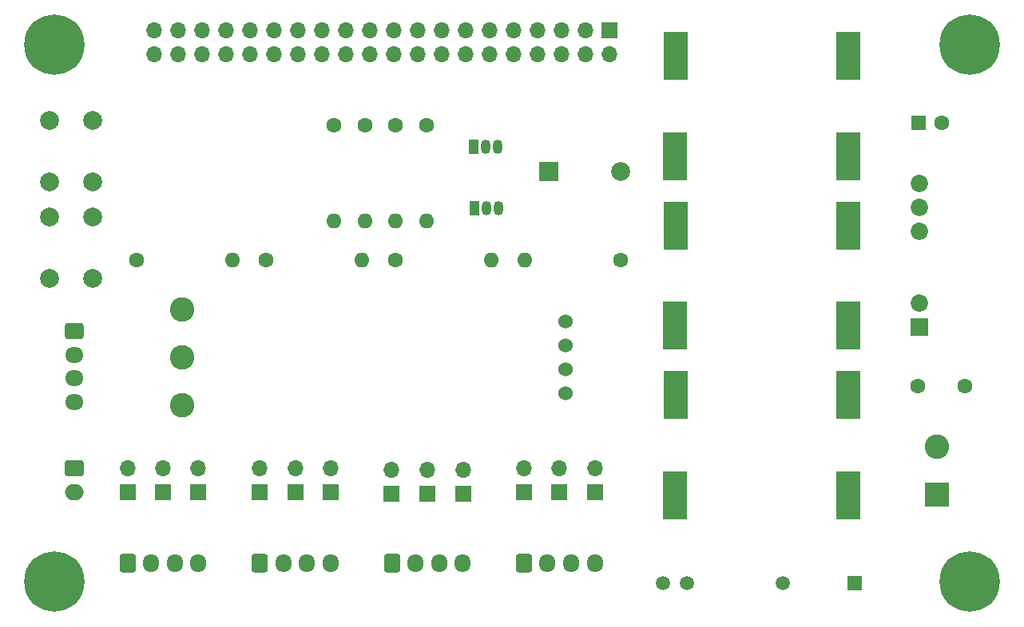
<source format=gbr>
%TF.GenerationSoftware,KiCad,Pcbnew,(6.0.5)*%
%TF.CreationDate,2022-07-22T00:32:43+07:00*%
%TF.ProjectId,MARUKO_RS485_Rev2,4d415255-4b4f-45f5-9253-3438355f5265,rev?*%
%TF.SameCoordinates,Original*%
%TF.FileFunction,Soldermask,Bot*%
%TF.FilePolarity,Negative*%
%FSLAX46Y46*%
G04 Gerber Fmt 4.6, Leading zero omitted, Abs format (unit mm)*
G04 Created by KiCad (PCBNEW (6.0.5)) date 2022-07-22 00:32:43*
%MOMM*%
%LPD*%
G01*
G04 APERTURE LIST*
G04 Aperture macros list*
%AMRoundRect*
0 Rectangle with rounded corners*
0 $1 Rounding radius*
0 $2 $3 $4 $5 $6 $7 $8 $9 X,Y pos of 4 corners*
0 Add a 4 corners polygon primitive as box body*
4,1,4,$2,$3,$4,$5,$6,$7,$8,$9,$2,$3,0*
0 Add four circle primitives for the rounded corners*
1,1,$1+$1,$2,$3*
1,1,$1+$1,$4,$5*
1,1,$1+$1,$6,$7*
1,1,$1+$1,$8,$9*
0 Add four rect primitives between the rounded corners*
20,1,$1+$1,$2,$3,$4,$5,0*
20,1,$1+$1,$4,$5,$6,$7,0*
20,1,$1+$1,$6,$7,$8,$9,0*
20,1,$1+$1,$8,$9,$2,$3,0*%
G04 Aperture macros list end*
%ADD10R,2.500000X2.500000*%
%ADD11C,1.600000*%
%ADD12O,1.600000X1.600000*%
%ADD13R,1.600000X1.600000*%
%ADD14R,1.700000X1.700000*%
%ADD15O,1.700000X1.700000*%
%ADD16C,2.000000*%
%ADD17C,0.800000*%
%ADD18C,6.400000*%
%ADD19RoundRect,0.250000X-0.725000X0.600000X-0.725000X-0.600000X0.725000X-0.600000X0.725000X0.600000X0*%
%ADD20O,1.950000X1.700000*%
%ADD21RoundRect,0.250000X-0.600000X-0.725000X0.600000X-0.725000X0.600000X0.725000X-0.600000X0.725000X0*%
%ADD22O,1.700000X1.950000*%
%ADD23RoundRect,0.250000X-0.750000X0.600000X-0.750000X-0.600000X0.750000X-0.600000X0.750000X0.600000X0*%
%ADD24O,2.000000X1.700000*%
%ADD25C,1.524000*%
%ADD26C,2.600000*%
%ADD27R,2.600000X2.600000*%
%ADD28R,1.850000X1.850000*%
%ADD29C,1.850000*%
%ADD30R,1.050000X1.500000*%
%ADD31O,1.050000X1.500000*%
%ADD32R,1.508000X1.508000*%
%ADD33C,1.508000*%
%ADD34R,2.000000X2.000000*%
G04 APERTURE END LIST*
D10*
%TO.C,U4*%
X198100000Y-102550000D03*
X198100000Y-105090000D03*
X198120000Y-91910000D03*
X198120000Y-94450000D03*
X179820000Y-94450000D03*
X179820000Y-91910000D03*
X179800000Y-102550000D03*
X179800000Y-105090000D03*
%TD*%
D11*
%TO.C,R2*%
X153400000Y-82520000D03*
D12*
X153400000Y-92680000D03*
%TD*%
D13*
%TO.C,C1*%
X205544888Y-82250000D03*
D11*
X208044888Y-82250000D03*
%TD*%
D14*
%TO.C,JP9*%
X135700000Y-121500000D03*
D15*
X135700000Y-118960000D03*
%TD*%
D16*
%TO.C,SW2*%
X118000000Y-92300000D03*
X118000000Y-98800000D03*
X113500000Y-92300000D03*
X113500000Y-98800000D03*
%TD*%
D11*
%TO.C,R7*%
X173986668Y-96800000D03*
D12*
X163826668Y-96800000D03*
%TD*%
D17*
%TO.C,H4*%
X209302944Y-75697056D03*
X211000000Y-71600000D03*
X212697056Y-72302944D03*
D18*
X211000000Y-74000000D03*
D17*
X212697056Y-75697056D03*
X208600000Y-74000000D03*
X209302944Y-72302944D03*
X213400000Y-74000000D03*
X211000000Y-76400000D03*
%TD*%
D11*
%TO.C,R1*%
X136413334Y-96800000D03*
D12*
X146573334Y-96800000D03*
%TD*%
D10*
%TO.C,U5*%
X198100000Y-87090000D03*
X198100000Y-84550000D03*
X198120000Y-73910000D03*
X198120000Y-76450000D03*
X179820000Y-76450000D03*
X179820000Y-73910000D03*
X179800000Y-87090000D03*
X179800000Y-84550000D03*
%TD*%
D19*
%TO.C,J6*%
X116125000Y-104400000D03*
D20*
X116125000Y-106900000D03*
X116125000Y-109400000D03*
X116125000Y-111900000D03*
%TD*%
D21*
%TO.C,J4*%
X121750000Y-128975000D03*
D22*
X124250000Y-128975000D03*
X126750000Y-128975000D03*
X129250000Y-128975000D03*
%TD*%
D11*
%TO.C,R8*%
X150120000Y-96800000D03*
D12*
X160280000Y-96800000D03*
%TD*%
D23*
%TO.C,J9*%
X116125000Y-118950000D03*
D24*
X116125000Y-121450000D03*
%TD*%
D25*
%TO.C,U1*%
X168130000Y-110995000D03*
X168130000Y-108455000D03*
X168130000Y-105915000D03*
X168130000Y-103375000D03*
D26*
X127480000Y-102105000D03*
X127480000Y-107185000D03*
X127480000Y-112265000D03*
%TD*%
D14*
%TO.C,JP11*%
X153500000Y-121612500D03*
D15*
X153500000Y-119072500D03*
%TD*%
D27*
%TO.C,J8*%
X207505000Y-121745000D03*
D26*
X207505000Y-116665000D03*
%TD*%
D16*
%TO.C,SW1*%
X118000000Y-82000000D03*
X118000000Y-88500000D03*
X113500000Y-82000000D03*
X113500000Y-88500000D03*
%TD*%
D14*
%TO.C,JP8*%
X139500000Y-121500000D03*
D15*
X139500000Y-118960000D03*
%TD*%
D28*
%TO.C,PS1*%
X205690000Y-103960000D03*
D29*
X205690000Y-101420000D03*
X205690000Y-93800000D03*
X205690000Y-91260000D03*
X205690000Y-88720000D03*
%TD*%
D14*
%TO.C,JP4*%
X129250000Y-121495000D03*
D15*
X129250000Y-118955000D03*
%TD*%
D17*
%TO.C,H3*%
X208600000Y-131000000D03*
D18*
X211000000Y-131000000D03*
D17*
X211000000Y-133400000D03*
X209302944Y-132697056D03*
X211000000Y-128600000D03*
X213400000Y-131000000D03*
X212697056Y-129302944D03*
X212697056Y-132697056D03*
X209302944Y-129302944D03*
%TD*%
D14*
%TO.C,JP1*%
X171250000Y-121500000D03*
D15*
X171250000Y-118960000D03*
%TD*%
D30*
%TO.C,Q1*%
X158400000Y-84800000D03*
D31*
X159670000Y-84800000D03*
X160940000Y-84800000D03*
%TD*%
D11*
%TO.C,R4*%
X146866666Y-82520000D03*
D12*
X146866666Y-92680000D03*
%TD*%
D21*
%TO.C,J3*%
X135750000Y-128975000D03*
D22*
X138250000Y-128975000D03*
X140750000Y-128975000D03*
X143250000Y-128975000D03*
%TD*%
D14*
%TO.C,J5*%
X172825000Y-72460000D03*
D15*
X172825000Y-75000000D03*
X170285000Y-72460000D03*
X170285000Y-75000000D03*
X167745000Y-72460000D03*
X167745000Y-75000000D03*
X165205000Y-72460000D03*
X165205000Y-75000000D03*
X162665000Y-72460000D03*
X162665000Y-75000000D03*
X160125000Y-72460000D03*
X160125000Y-75000000D03*
X157585000Y-72460000D03*
X157585000Y-75000000D03*
X155045000Y-72460000D03*
X155045000Y-75000000D03*
X152505000Y-72460000D03*
X152505000Y-75000000D03*
X149965000Y-72460000D03*
X149965000Y-75000000D03*
X147425000Y-72460000D03*
X147425000Y-75000000D03*
X144885000Y-72460000D03*
X144885000Y-75000000D03*
X142345000Y-72460000D03*
X142345000Y-75000000D03*
X139805000Y-72460000D03*
X139805000Y-75000000D03*
X137265000Y-72460000D03*
X137265000Y-75000000D03*
X134725000Y-72460000D03*
X134725000Y-75000000D03*
X132185000Y-72460000D03*
X132185000Y-75000000D03*
X129645000Y-72460000D03*
X129645000Y-75000000D03*
X127105000Y-72460000D03*
X127105000Y-75000000D03*
X124565000Y-72460000D03*
X124565000Y-75000000D03*
%TD*%
D11*
%TO.C,R5*%
X150133332Y-82520000D03*
D12*
X150133332Y-92680000D03*
%TD*%
D17*
%TO.C,H2*%
X111600000Y-131000000D03*
X116400000Y-131000000D03*
X114000000Y-128600000D03*
X115697056Y-129302944D03*
D18*
X114000000Y-131000000D03*
D17*
X115697056Y-132697056D03*
X114000000Y-133400000D03*
X112302944Y-129302944D03*
X112302944Y-132697056D03*
%TD*%
D14*
%TO.C,JP2*%
X167500000Y-121500000D03*
D15*
X167500000Y-118960000D03*
%TD*%
D14*
%TO.C,JP7*%
X143300000Y-121500000D03*
D15*
X143300000Y-118960000D03*
%TD*%
D14*
%TO.C,JP5*%
X125500000Y-121495000D03*
D15*
X125500000Y-118955000D03*
%TD*%
D32*
%TO.C,K1*%
X198845500Y-131150000D03*
D33*
X191225500Y-131150000D03*
X181065500Y-131150000D03*
X178525500Y-131150000D03*
%TD*%
D10*
%TO.C,U3*%
X198100000Y-123090000D03*
X198100000Y-120550000D03*
X198120000Y-109910000D03*
X198120000Y-112450000D03*
X179820000Y-109910000D03*
X179820000Y-112450000D03*
X179800000Y-120550000D03*
X179800000Y-123090000D03*
%TD*%
D11*
%TO.C,R6*%
X122706668Y-96800000D03*
D12*
X132866668Y-96800000D03*
%TD*%
D14*
%TO.C,JP10*%
X157300000Y-121612500D03*
D15*
X157300000Y-119072500D03*
%TD*%
D21*
%TO.C,J2*%
X149750000Y-128975000D03*
D22*
X152250000Y-128975000D03*
X154750000Y-128975000D03*
X157250000Y-128975000D03*
%TD*%
D17*
%TO.C,H1*%
X115697056Y-75697056D03*
X115697056Y-72302944D03*
X116400000Y-74000000D03*
X114000000Y-76400000D03*
X111600000Y-74000000D03*
X112302944Y-72302944D03*
X114000000Y-71600000D03*
X112302944Y-75697056D03*
D18*
X114000000Y-74000000D03*
%TD*%
D14*
%TO.C,JP12*%
X149700000Y-121612500D03*
D15*
X149700000Y-119072500D03*
%TD*%
D14*
%TO.C,JP6*%
X121750000Y-121495000D03*
D15*
X121750000Y-118955000D03*
%TD*%
D21*
%TO.C,J1*%
X163750000Y-128975000D03*
D22*
X166250000Y-128975000D03*
X168750000Y-128975000D03*
X171250000Y-128975000D03*
%TD*%
D14*
%TO.C,JP3*%
X163750000Y-121500000D03*
D15*
X163750000Y-118960000D03*
%TD*%
D11*
%TO.C,C2*%
X205500000Y-110250000D03*
X210500000Y-110250000D03*
%TD*%
%TO.C,R3*%
X143600000Y-82520000D03*
D12*
X143600000Y-92680000D03*
%TD*%
D34*
%TO.C,BZ1*%
X166400000Y-87400000D03*
D16*
X174000000Y-87400000D03*
%TD*%
D30*
%TO.C,Q2*%
X158530000Y-91360000D03*
D31*
X159800000Y-91360000D03*
X161070000Y-91360000D03*
%TD*%
M02*

</source>
